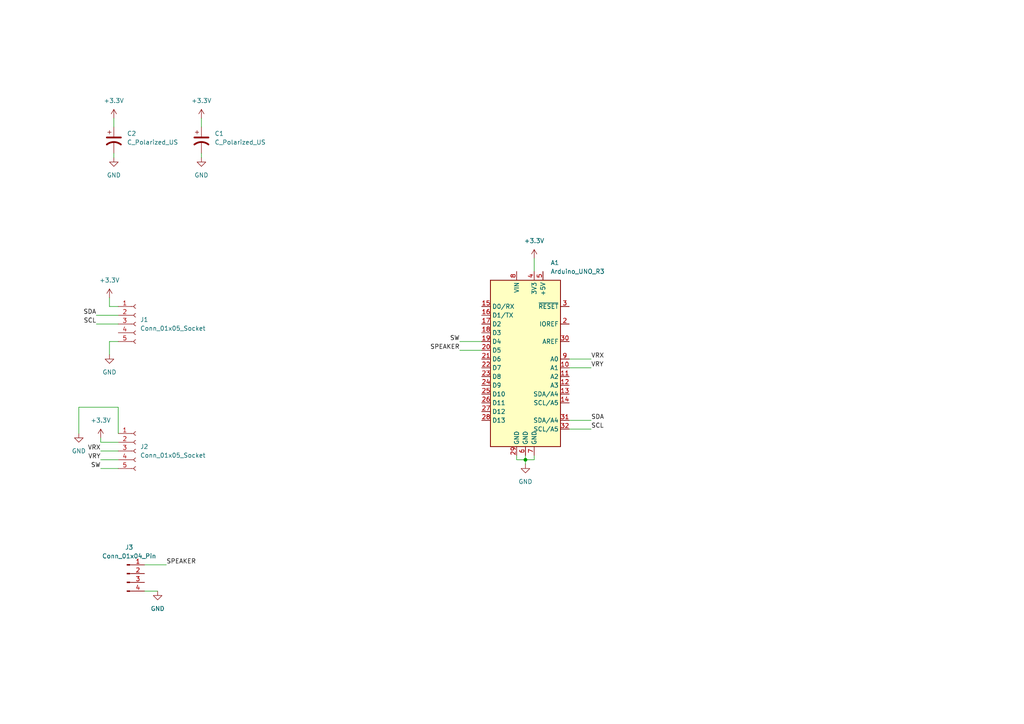
<source format=kicad_sch>
(kicad_sch (version 20230121) (generator eeschema)

  (uuid d9696d56-f8df-4b70-95ed-5c40d99df2a2)

  (paper "A4")

  (lib_symbols
    (symbol "Connector:Conn_01x04_Pin" (pin_names (offset 1.016) hide) (in_bom yes) (on_board yes)
      (property "Reference" "J" (at 0 5.08 0)
        (effects (font (size 1.27 1.27)))
      )
      (property "Value" "Conn_01x04_Pin" (at 0 -7.62 0)
        (effects (font (size 1.27 1.27)))
      )
      (property "Footprint" "" (at 0 0 0)
        (effects (font (size 1.27 1.27)) hide)
      )
      (property "Datasheet" "~" (at 0 0 0)
        (effects (font (size 1.27 1.27)) hide)
      )
      (property "ki_locked" "" (at 0 0 0)
        (effects (font (size 1.27 1.27)))
      )
      (property "ki_keywords" "connector" (at 0 0 0)
        (effects (font (size 1.27 1.27)) hide)
      )
      (property "ki_description" "Generic connector, single row, 01x04, script generated" (at 0 0 0)
        (effects (font (size 1.27 1.27)) hide)
      )
      (property "ki_fp_filters" "Connector*:*_1x??_*" (at 0 0 0)
        (effects (font (size 1.27 1.27)) hide)
      )
      (symbol "Conn_01x04_Pin_1_1"
        (polyline
          (pts
            (xy 1.27 -5.08)
            (xy 0.8636 -5.08)
          )
          (stroke (width 0.1524) (type default))
          (fill (type none))
        )
        (polyline
          (pts
            (xy 1.27 -2.54)
            (xy 0.8636 -2.54)
          )
          (stroke (width 0.1524) (type default))
          (fill (type none))
        )
        (polyline
          (pts
            (xy 1.27 0)
            (xy 0.8636 0)
          )
          (stroke (width 0.1524) (type default))
          (fill (type none))
        )
        (polyline
          (pts
            (xy 1.27 2.54)
            (xy 0.8636 2.54)
          )
          (stroke (width 0.1524) (type default))
          (fill (type none))
        )
        (rectangle (start 0.8636 -4.953) (end 0 -5.207)
          (stroke (width 0.1524) (type default))
          (fill (type outline))
        )
        (rectangle (start 0.8636 -2.413) (end 0 -2.667)
          (stroke (width 0.1524) (type default))
          (fill (type outline))
        )
        (rectangle (start 0.8636 0.127) (end 0 -0.127)
          (stroke (width 0.1524) (type default))
          (fill (type outline))
        )
        (rectangle (start 0.8636 2.667) (end 0 2.413)
          (stroke (width 0.1524) (type default))
          (fill (type outline))
        )
        (pin passive line (at 5.08 2.54 180) (length 3.81)
          (name "Pin_1" (effects (font (size 1.27 1.27))))
          (number "1" (effects (font (size 1.27 1.27))))
        )
        (pin passive line (at 5.08 0 180) (length 3.81)
          (name "Pin_2" (effects (font (size 1.27 1.27))))
          (number "2" (effects (font (size 1.27 1.27))))
        )
        (pin passive line (at 5.08 -2.54 180) (length 3.81)
          (name "Pin_3" (effects (font (size 1.27 1.27))))
          (number "3" (effects (font (size 1.27 1.27))))
        )
        (pin passive line (at 5.08 -5.08 180) (length 3.81)
          (name "Pin_4" (effects (font (size 1.27 1.27))))
          (number "4" (effects (font (size 1.27 1.27))))
        )
      )
    )
    (symbol "Connector:Conn_01x05_Socket" (pin_names (offset 1.016) hide) (in_bom yes) (on_board yes)
      (property "Reference" "J" (at 0 7.62 0)
        (effects (font (size 1.27 1.27)))
      )
      (property "Value" "Conn_01x05_Socket" (at 0 -7.62 0)
        (effects (font (size 1.27 1.27)))
      )
      (property "Footprint" "" (at 0 0 0)
        (effects (font (size 1.27 1.27)) hide)
      )
      (property "Datasheet" "~" (at 0 0 0)
        (effects (font (size 1.27 1.27)) hide)
      )
      (property "ki_locked" "" (at 0 0 0)
        (effects (font (size 1.27 1.27)))
      )
      (property "ki_keywords" "connector" (at 0 0 0)
        (effects (font (size 1.27 1.27)) hide)
      )
      (property "ki_description" "Generic connector, single row, 01x05, script generated" (at 0 0 0)
        (effects (font (size 1.27 1.27)) hide)
      )
      (property "ki_fp_filters" "Connector*:*_1x??_*" (at 0 0 0)
        (effects (font (size 1.27 1.27)) hide)
      )
      (symbol "Conn_01x05_Socket_1_1"
        (arc (start 0 -4.572) (mid -0.5058 -5.08) (end 0 -5.588)
          (stroke (width 0.1524) (type default))
          (fill (type none))
        )
        (arc (start 0 -2.032) (mid -0.5058 -2.54) (end 0 -3.048)
          (stroke (width 0.1524) (type default))
          (fill (type none))
        )
        (polyline
          (pts
            (xy -1.27 -5.08)
            (xy -0.508 -5.08)
          )
          (stroke (width 0.1524) (type default))
          (fill (type none))
        )
        (polyline
          (pts
            (xy -1.27 -2.54)
            (xy -0.508 -2.54)
          )
          (stroke (width 0.1524) (type default))
          (fill (type none))
        )
        (polyline
          (pts
            (xy -1.27 0)
            (xy -0.508 0)
          )
          (stroke (width 0.1524) (type default))
          (fill (type none))
        )
        (polyline
          (pts
            (xy -1.27 2.54)
            (xy -0.508 2.54)
          )
          (stroke (width 0.1524) (type default))
          (fill (type none))
        )
        (polyline
          (pts
            (xy -1.27 5.08)
            (xy -0.508 5.08)
          )
          (stroke (width 0.1524) (type default))
          (fill (type none))
        )
        (arc (start 0 0.508) (mid -0.5058 0) (end 0 -0.508)
          (stroke (width 0.1524) (type default))
          (fill (type none))
        )
        (arc (start 0 3.048) (mid -0.5058 2.54) (end 0 2.032)
          (stroke (width 0.1524) (type default))
          (fill (type none))
        )
        (arc (start 0 5.588) (mid -0.5058 5.08) (end 0 4.572)
          (stroke (width 0.1524) (type default))
          (fill (type none))
        )
        (pin passive line (at -5.08 5.08 0) (length 3.81)
          (name "Pin_1" (effects (font (size 1.27 1.27))))
          (number "1" (effects (font (size 1.27 1.27))))
        )
        (pin passive line (at -5.08 2.54 0) (length 3.81)
          (name "Pin_2" (effects (font (size 1.27 1.27))))
          (number "2" (effects (font (size 1.27 1.27))))
        )
        (pin passive line (at -5.08 0 0) (length 3.81)
          (name "Pin_3" (effects (font (size 1.27 1.27))))
          (number "3" (effects (font (size 1.27 1.27))))
        )
        (pin passive line (at -5.08 -2.54 0) (length 3.81)
          (name "Pin_4" (effects (font (size 1.27 1.27))))
          (number "4" (effects (font (size 1.27 1.27))))
        )
        (pin passive line (at -5.08 -5.08 0) (length 3.81)
          (name "Pin_5" (effects (font (size 1.27 1.27))))
          (number "5" (effects (font (size 1.27 1.27))))
        )
      )
    )
    (symbol "Device:C_Polarized_US" (pin_numbers hide) (pin_names (offset 0.254) hide) (in_bom yes) (on_board yes)
      (property "Reference" "C" (at 0.635 2.54 0)
        (effects (font (size 1.27 1.27)) (justify left))
      )
      (property "Value" "C_Polarized_US" (at 0.635 -2.54 0)
        (effects (font (size 1.27 1.27)) (justify left))
      )
      (property "Footprint" "" (at 0 0 0)
        (effects (font (size 1.27 1.27)) hide)
      )
      (property "Datasheet" "~" (at 0 0 0)
        (effects (font (size 1.27 1.27)) hide)
      )
      (property "ki_keywords" "cap capacitor" (at 0 0 0)
        (effects (font (size 1.27 1.27)) hide)
      )
      (property "ki_description" "Polarized capacitor, US symbol" (at 0 0 0)
        (effects (font (size 1.27 1.27)) hide)
      )
      (property "ki_fp_filters" "CP_*" (at 0 0 0)
        (effects (font (size 1.27 1.27)) hide)
      )
      (symbol "C_Polarized_US_0_1"
        (polyline
          (pts
            (xy -2.032 0.762)
            (xy 2.032 0.762)
          )
          (stroke (width 0.508) (type default))
          (fill (type none))
        )
        (polyline
          (pts
            (xy -1.778 2.286)
            (xy -0.762 2.286)
          )
          (stroke (width 0) (type default))
          (fill (type none))
        )
        (polyline
          (pts
            (xy -1.27 1.778)
            (xy -1.27 2.794)
          )
          (stroke (width 0) (type default))
          (fill (type none))
        )
        (arc (start 2.032 -1.27) (mid 0 -0.5572) (end -2.032 -1.27)
          (stroke (width 0.508) (type default))
          (fill (type none))
        )
      )
      (symbol "C_Polarized_US_1_1"
        (pin passive line (at 0 3.81 270) (length 2.794)
          (name "~" (effects (font (size 1.27 1.27))))
          (number "1" (effects (font (size 1.27 1.27))))
        )
        (pin passive line (at 0 -3.81 90) (length 3.302)
          (name "~" (effects (font (size 1.27 1.27))))
          (number "2" (effects (font (size 1.27 1.27))))
        )
      )
    )
    (symbol "MCU_Module:Arduino_UNO_R3" (in_bom yes) (on_board yes)
      (property "Reference" "A" (at -10.16 23.495 0)
        (effects (font (size 1.27 1.27)) (justify left bottom))
      )
      (property "Value" "Arduino_UNO_R3" (at 5.08 -26.67 0)
        (effects (font (size 1.27 1.27)) (justify left top))
      )
      (property "Footprint" "Module:Arduino_UNO_R3" (at 0 0 0)
        (effects (font (size 1.27 1.27) italic) hide)
      )
      (property "Datasheet" "https://www.arduino.cc/en/Main/arduinoBoardUno" (at 0 0 0)
        (effects (font (size 1.27 1.27)) hide)
      )
      (property "ki_keywords" "Arduino UNO R3 Microcontroller Module Atmel AVR USB" (at 0 0 0)
        (effects (font (size 1.27 1.27)) hide)
      )
      (property "ki_description" "Arduino UNO Microcontroller Module, release 3" (at 0 0 0)
        (effects (font (size 1.27 1.27)) hide)
      )
      (property "ki_fp_filters" "Arduino*UNO*R3*" (at 0 0 0)
        (effects (font (size 1.27 1.27)) hide)
      )
      (symbol "Arduino_UNO_R3_0_1"
        (rectangle (start -10.16 22.86) (end 10.16 -25.4)
          (stroke (width 0.254) (type default))
          (fill (type background))
        )
      )
      (symbol "Arduino_UNO_R3_1_1"
        (pin no_connect line (at -10.16 -20.32 0) (length 2.54) hide
          (name "NC" (effects (font (size 1.27 1.27))))
          (number "1" (effects (font (size 1.27 1.27))))
        )
        (pin bidirectional line (at 12.7 -2.54 180) (length 2.54)
          (name "A1" (effects (font (size 1.27 1.27))))
          (number "10" (effects (font (size 1.27 1.27))))
        )
        (pin bidirectional line (at 12.7 -5.08 180) (length 2.54)
          (name "A2" (effects (font (size 1.27 1.27))))
          (number "11" (effects (font (size 1.27 1.27))))
        )
        (pin bidirectional line (at 12.7 -7.62 180) (length 2.54)
          (name "A3" (effects (font (size 1.27 1.27))))
          (number "12" (effects (font (size 1.27 1.27))))
        )
        (pin bidirectional line (at 12.7 -10.16 180) (length 2.54)
          (name "SDA/A4" (effects (font (size 1.27 1.27))))
          (number "13" (effects (font (size 1.27 1.27))))
        )
        (pin bidirectional line (at 12.7 -12.7 180) (length 2.54)
          (name "SCL/A5" (effects (font (size 1.27 1.27))))
          (number "14" (effects (font (size 1.27 1.27))))
        )
        (pin bidirectional line (at -12.7 15.24 0) (length 2.54)
          (name "D0/RX" (effects (font (size 1.27 1.27))))
          (number "15" (effects (font (size 1.27 1.27))))
        )
        (pin bidirectional line (at -12.7 12.7 0) (length 2.54)
          (name "D1/TX" (effects (font (size 1.27 1.27))))
          (number "16" (effects (font (size 1.27 1.27))))
        )
        (pin bidirectional line (at -12.7 10.16 0) (length 2.54)
          (name "D2" (effects (font (size 1.27 1.27))))
          (number "17" (effects (font (size 1.27 1.27))))
        )
        (pin bidirectional line (at -12.7 7.62 0) (length 2.54)
          (name "D3" (effects (font (size 1.27 1.27))))
          (number "18" (effects (font (size 1.27 1.27))))
        )
        (pin bidirectional line (at -12.7 5.08 0) (length 2.54)
          (name "D4" (effects (font (size 1.27 1.27))))
          (number "19" (effects (font (size 1.27 1.27))))
        )
        (pin output line (at 12.7 10.16 180) (length 2.54)
          (name "IOREF" (effects (font (size 1.27 1.27))))
          (number "2" (effects (font (size 1.27 1.27))))
        )
        (pin bidirectional line (at -12.7 2.54 0) (length 2.54)
          (name "D5" (effects (font (size 1.27 1.27))))
          (number "20" (effects (font (size 1.27 1.27))))
        )
        (pin bidirectional line (at -12.7 0 0) (length 2.54)
          (name "D6" (effects (font (size 1.27 1.27))))
          (number "21" (effects (font (size 1.27 1.27))))
        )
        (pin bidirectional line (at -12.7 -2.54 0) (length 2.54)
          (name "D7" (effects (font (size 1.27 1.27))))
          (number "22" (effects (font (size 1.27 1.27))))
        )
        (pin bidirectional line (at -12.7 -5.08 0) (length 2.54)
          (name "D8" (effects (font (size 1.27 1.27))))
          (number "23" (effects (font (size 1.27 1.27))))
        )
        (pin bidirectional line (at -12.7 -7.62 0) (length 2.54)
          (name "D9" (effects (font (size 1.27 1.27))))
          (number "24" (effects (font (size 1.27 1.27))))
        )
        (pin bidirectional line (at -12.7 -10.16 0) (length 2.54)
          (name "D10" (effects (font (size 1.27 1.27))))
          (number "25" (effects (font (size 1.27 1.27))))
        )
        (pin bidirectional line (at -12.7 -12.7 0) (length 2.54)
          (name "D11" (effects (font (size 1.27 1.27))))
          (number "26" (effects (font (size 1.27 1.27))))
        )
        (pin bidirectional line (at -12.7 -15.24 0) (length 2.54)
          (name "D12" (effects (font (size 1.27 1.27))))
          (number "27" (effects (font (size 1.27 1.27))))
        )
        (pin bidirectional line (at -12.7 -17.78 0) (length 2.54)
          (name "D13" (effects (font (size 1.27 1.27))))
          (number "28" (effects (font (size 1.27 1.27))))
        )
        (pin power_in line (at -2.54 -27.94 90) (length 2.54)
          (name "GND" (effects (font (size 1.27 1.27))))
          (number "29" (effects (font (size 1.27 1.27))))
        )
        (pin input line (at 12.7 15.24 180) (length 2.54)
          (name "~{RESET}" (effects (font (size 1.27 1.27))))
          (number "3" (effects (font (size 1.27 1.27))))
        )
        (pin input line (at 12.7 5.08 180) (length 2.54)
          (name "AREF" (effects (font (size 1.27 1.27))))
          (number "30" (effects (font (size 1.27 1.27))))
        )
        (pin bidirectional line (at 12.7 -17.78 180) (length 2.54)
          (name "SDA/A4" (effects (font (size 1.27 1.27))))
          (number "31" (effects (font (size 1.27 1.27))))
        )
        (pin bidirectional line (at 12.7 -20.32 180) (length 2.54)
          (name "SCL/A5" (effects (font (size 1.27 1.27))))
          (number "32" (effects (font (size 1.27 1.27))))
        )
        (pin power_out line (at 2.54 25.4 270) (length 2.54)
          (name "3V3" (effects (font (size 1.27 1.27))))
          (number "4" (effects (font (size 1.27 1.27))))
        )
        (pin power_out line (at 5.08 25.4 270) (length 2.54)
          (name "+5V" (effects (font (size 1.27 1.27))))
          (number "5" (effects (font (size 1.27 1.27))))
        )
        (pin power_in line (at 0 -27.94 90) (length 2.54)
          (name "GND" (effects (font (size 1.27 1.27))))
          (number "6" (effects (font (size 1.27 1.27))))
        )
        (pin power_in line (at 2.54 -27.94 90) (length 2.54)
          (name "GND" (effects (font (size 1.27 1.27))))
          (number "7" (effects (font (size 1.27 1.27))))
        )
        (pin power_in line (at -2.54 25.4 270) (length 2.54)
          (name "VIN" (effects (font (size 1.27 1.27))))
          (number "8" (effects (font (size 1.27 1.27))))
        )
        (pin bidirectional line (at 12.7 0 180) (length 2.54)
          (name "A0" (effects (font (size 1.27 1.27))))
          (number "9" (effects (font (size 1.27 1.27))))
        )
      )
    )
    (symbol "power:+3.3V" (power) (pin_names (offset 0)) (in_bom yes) (on_board yes)
      (property "Reference" "#PWR" (at 0 -3.81 0)
        (effects (font (size 1.27 1.27)) hide)
      )
      (property "Value" "+3.3V" (at 0 3.556 0)
        (effects (font (size 1.27 1.27)))
      )
      (property "Footprint" "" (at 0 0 0)
        (effects (font (size 1.27 1.27)) hide)
      )
      (property "Datasheet" "" (at 0 0 0)
        (effects (font (size 1.27 1.27)) hide)
      )
      (property "ki_keywords" "global power" (at 0 0 0)
        (effects (font (size 1.27 1.27)) hide)
      )
      (property "ki_description" "Power symbol creates a global label with name \"+3.3V\"" (at 0 0 0)
        (effects (font (size 1.27 1.27)) hide)
      )
      (symbol "+3.3V_0_1"
        (polyline
          (pts
            (xy -0.762 1.27)
            (xy 0 2.54)
          )
          (stroke (width 0) (type default))
          (fill (type none))
        )
        (polyline
          (pts
            (xy 0 0)
            (xy 0 2.54)
          )
          (stroke (width 0) (type default))
          (fill (type none))
        )
        (polyline
          (pts
            (xy 0 2.54)
            (xy 0.762 1.27)
          )
          (stroke (width 0) (type default))
          (fill (type none))
        )
      )
      (symbol "+3.3V_1_1"
        (pin power_in line (at 0 0 90) (length 0) hide
          (name "+3.3V" (effects (font (size 1.27 1.27))))
          (number "1" (effects (font (size 1.27 1.27))))
        )
      )
    )
    (symbol "power:GND" (power) (pin_names (offset 0)) (in_bom yes) (on_board yes)
      (property "Reference" "#PWR" (at 0 -6.35 0)
        (effects (font (size 1.27 1.27)) hide)
      )
      (property "Value" "GND" (at 0 -3.81 0)
        (effects (font (size 1.27 1.27)))
      )
      (property "Footprint" "" (at 0 0 0)
        (effects (font (size 1.27 1.27)) hide)
      )
      (property "Datasheet" "" (at 0 0 0)
        (effects (font (size 1.27 1.27)) hide)
      )
      (property "ki_keywords" "global power" (at 0 0 0)
        (effects (font (size 1.27 1.27)) hide)
      )
      (property "ki_description" "Power symbol creates a global label with name \"GND\" , ground" (at 0 0 0)
        (effects (font (size 1.27 1.27)) hide)
      )
      (symbol "GND_0_1"
        (polyline
          (pts
            (xy 0 0)
            (xy 0 -1.27)
            (xy 1.27 -1.27)
            (xy 0 -2.54)
            (xy -1.27 -1.27)
            (xy 0 -1.27)
          )
          (stroke (width 0) (type default))
          (fill (type none))
        )
      )
      (symbol "GND_1_1"
        (pin power_in line (at 0 0 270) (length 0) hide
          (name "GND" (effects (font (size 1.27 1.27))))
          (number "1" (effects (font (size 1.27 1.27))))
        )
      )
    )
  )

  (junction (at 152.4 133.35) (diameter 0) (color 0 0 0 0)
    (uuid 335fb11e-9600-4703-86ff-4358b9014be9)
  )

  (wire (pts (xy 154.94 133.35) (xy 154.94 132.08))
    (stroke (width 0) (type default))
    (uuid 0441dde6-304d-448b-b5d1-c01c90b19e3f)
  )
  (wire (pts (xy 154.94 74.93) (xy 154.94 78.74))
    (stroke (width 0) (type default))
    (uuid 0a5b1a65-4ff2-4633-8a91-752190f8a4cf)
  )
  (wire (pts (xy 133.35 99.06) (xy 139.7 99.06))
    (stroke (width 0) (type default))
    (uuid 1b8bc93c-5cfa-4e9f-958d-69ee4ed98801)
  )
  (wire (pts (xy 152.4 133.35) (xy 152.4 134.62))
    (stroke (width 0) (type default))
    (uuid 214dc34d-e9e6-4488-8ce7-c29e1f936ca0)
  )
  (wire (pts (xy 27.94 93.98) (xy 34.29 93.98))
    (stroke (width 0) (type default))
    (uuid 2160d0f4-807a-4f5c-b1dc-789808f40a19)
  )
  (wire (pts (xy 34.29 118.11) (xy 34.29 125.73))
    (stroke (width 0) (type default))
    (uuid 3d517919-42b5-49cb-935b-cd7b00156796)
  )
  (wire (pts (xy 41.91 171.45) (xy 45.72 171.45))
    (stroke (width 0) (type default))
    (uuid 3f60b89b-74a1-41f8-b7b0-02ddcda33aa0)
  )
  (wire (pts (xy 133.35 101.6) (xy 139.7 101.6))
    (stroke (width 0) (type default))
    (uuid 40292158-4a79-4856-a189-1629d3bda4aa)
  )
  (wire (pts (xy 31.75 88.9) (xy 34.29 88.9))
    (stroke (width 0) (type default))
    (uuid 489e26e8-8001-4c54-82a2-e7564d8988f0)
  )
  (wire (pts (xy 22.86 118.11) (xy 34.29 118.11))
    (stroke (width 0) (type default))
    (uuid 4b94930b-a36d-4715-8657-69947f591078)
  )
  (wire (pts (xy 29.21 133.35) (xy 34.29 133.35))
    (stroke (width 0) (type default))
    (uuid 65323d1e-e776-4582-88e5-821d80cfb8a1)
  )
  (wire (pts (xy 165.1 104.14) (xy 171.45 104.14))
    (stroke (width 0) (type default))
    (uuid 654911dd-8748-4cd3-a32e-d6f740fe7a11)
  )
  (wire (pts (xy 152.4 133.35) (xy 149.86 133.35))
    (stroke (width 0) (type default))
    (uuid 66e843e8-74a2-4aa1-937b-d04e0750c41c)
  )
  (wire (pts (xy 165.1 121.92) (xy 171.45 121.92))
    (stroke (width 0) (type default))
    (uuid 7212bdf6-b336-47f1-b207-a5284735a16b)
  )
  (wire (pts (xy 58.42 44.45) (xy 58.42 45.72))
    (stroke (width 0) (type default))
    (uuid 7987c76d-cc19-435b-b037-014ed8175373)
  )
  (wire (pts (xy 152.4 132.08) (xy 152.4 133.35))
    (stroke (width 0) (type default))
    (uuid 7af6de50-8a0c-44d1-b809-24c906533031)
  )
  (wire (pts (xy 29.21 127) (xy 29.21 128.27))
    (stroke (width 0) (type default))
    (uuid 7b8fefba-0a21-4527-838a-b24cb7a562a3)
  )
  (wire (pts (xy 29.21 128.27) (xy 34.29 128.27))
    (stroke (width 0) (type default))
    (uuid 805e98d6-0fcb-4472-b465-63769adb38ef)
  )
  (wire (pts (xy 58.42 34.29) (xy 58.42 36.83))
    (stroke (width 0) (type default))
    (uuid 88f4607b-eba7-4144-b801-068e693180ba)
  )
  (wire (pts (xy 165.1 124.46) (xy 171.45 124.46))
    (stroke (width 0) (type default))
    (uuid 89a93e80-7043-45f1-9169-90456789d141)
  )
  (wire (pts (xy 149.86 133.35) (xy 149.86 132.08))
    (stroke (width 0) (type default))
    (uuid 8ed23596-3d6d-40a2-8118-aaa7077cb255)
  )
  (wire (pts (xy 29.21 130.81) (xy 34.29 130.81))
    (stroke (width 0) (type default))
    (uuid a389638b-26ce-451c-a1b5-86383cccf6b6)
  )
  (wire (pts (xy 22.86 118.11) (xy 22.86 125.73))
    (stroke (width 0) (type default))
    (uuid be9f9a3c-56d8-495f-8354-9d271a044750)
  )
  (wire (pts (xy 165.1 106.68) (xy 171.45 106.68))
    (stroke (width 0) (type default))
    (uuid c5e73c2e-7073-44a1-b646-72ecc38c439a)
  )
  (wire (pts (xy 41.91 163.83) (xy 48.26 163.83))
    (stroke (width 0) (type default))
    (uuid ccbecda6-bd45-446c-a5db-88580b4079ee)
  )
  (wire (pts (xy 152.4 133.35) (xy 154.94 133.35))
    (stroke (width 0) (type default))
    (uuid cd281b52-ca6c-46c0-b49b-c689a0a4cefc)
  )
  (wire (pts (xy 31.75 99.06) (xy 31.75 102.87))
    (stroke (width 0) (type default))
    (uuid d30bcf83-2b97-41b7-af6d-99ec66de930d)
  )
  (wire (pts (xy 29.21 135.89) (xy 34.29 135.89))
    (stroke (width 0) (type default))
    (uuid db87fcf0-b995-4efa-84f5-a68b6cad4aa9)
  )
  (wire (pts (xy 33.02 34.29) (xy 33.02 36.83))
    (stroke (width 0) (type default))
    (uuid de36871d-37b4-4ccb-9c4e-38217813af73)
  )
  (wire (pts (xy 31.75 99.06) (xy 34.29 99.06))
    (stroke (width 0) (type default))
    (uuid e0276c42-58cf-48b8-bf77-a834a97ce437)
  )
  (wire (pts (xy 27.94 91.44) (xy 34.29 91.44))
    (stroke (width 0) (type default))
    (uuid e7a75d41-a6b7-405f-8a53-7aa5ae63df5a)
  )
  (wire (pts (xy 31.75 86.36) (xy 31.75 88.9))
    (stroke (width 0) (type default))
    (uuid ecfbf24f-894e-4743-b36c-6ff62d044950)
  )
  (wire (pts (xy 33.02 44.45) (xy 33.02 45.72))
    (stroke (width 0) (type default))
    (uuid f0d49114-980c-43db-834d-937a0e0ce2e2)
  )

  (label "VRX" (at 171.45 104.14 0) (fields_autoplaced)
    (effects (font (size 1.27 1.27)) (justify left bottom))
    (uuid 30fdf1ce-d6b2-40cc-a4e0-b56c1b650bd2)
  )
  (label "SDA" (at 27.94 91.44 180) (fields_autoplaced)
    (effects (font (size 1.27 1.27)) (justify right bottom))
    (uuid 36b7f7cd-87e1-4e18-9a1f-29ed690522f0)
  )
  (label "SPEAKER" (at 48.26 163.83 0) (fields_autoplaced)
    (effects (font (size 1.27 1.27)) (justify left bottom))
    (uuid 56c8123d-b9f7-4bdb-8145-82ec169c58e8)
  )
  (label "SCL" (at 27.94 93.98 180) (fields_autoplaced)
    (effects (font (size 1.27 1.27)) (justify right bottom))
    (uuid 7f32efc1-6666-4361-ae9c-6be922323600)
  )
  (label "VRY" (at 29.21 133.35 180) (fields_autoplaced)
    (effects (font (size 1.27 1.27)) (justify right bottom))
    (uuid 82e892cb-bd98-49e0-bdf4-364a7c23573a)
  )
  (label "VRY" (at 171.45 106.68 0) (fields_autoplaced)
    (effects (font (size 1.27 1.27)) (justify left bottom))
    (uuid 8b13f6cb-f762-41f7-a1c7-7b403ef765dd)
  )
  (label "SPEAKER" (at 133.35 101.6 180) (fields_autoplaced)
    (effects (font (size 1.27 1.27)) (justify right bottom))
    (uuid 9d45c3ca-40f2-4a67-b85a-99fe43610606)
  )
  (label "VRX" (at 29.21 130.81 180) (fields_autoplaced)
    (effects (font (size 1.27 1.27)) (justify right bottom))
    (uuid aeebb2ea-0d83-4a40-95e1-b2984322225a)
  )
  (label "SDA" (at 171.45 121.92 0) (fields_autoplaced)
    (effects (font (size 1.27 1.27)) (justify left bottom))
    (uuid b8653903-5d5a-4df6-9144-5482568c3def)
  )
  (label "SW" (at 29.21 135.89 180) (fields_autoplaced)
    (effects (font (size 1.27 1.27)) (justify right bottom))
    (uuid c61cfc00-393f-48a9-87f4-700260b54eea)
  )
  (label "SW" (at 133.35 99.06 180) (fields_autoplaced)
    (effects (font (size 1.27 1.27)) (justify right bottom))
    (uuid cb6ab105-b6f8-4fa8-aa72-86b5200291a7)
  )
  (label "SCL" (at 171.45 124.46 0) (fields_autoplaced)
    (effects (font (size 1.27 1.27)) (justify left bottom))
    (uuid e62b2607-ffa8-44b9-b0b2-76b65ab1c59f)
  )

  (symbol (lib_id "power:GND") (at 45.72 171.45 0) (unit 1)
    (in_bom yes) (on_board yes) (dnp no) (fields_autoplaced)
    (uuid 09340006-deec-4450-a3a1-5455b43e69ef)
    (property "Reference" "#PWR011" (at 45.72 177.8 0)
      (effects (font (size 1.27 1.27)) hide)
    )
    (property "Value" "GND" (at 45.72 176.53 0)
      (effects (font (size 1.27 1.27)))
    )
    (property "Footprint" "" (at 45.72 171.45 0)
      (effects (font (size 1.27 1.27)) hide)
    )
    (property "Datasheet" "" (at 45.72 171.45 0)
      (effects (font (size 1.27 1.27)) hide)
    )
    (pin "1" (uuid 5d42675f-4bf9-419a-b85c-59f0425cc534))
    (instances
      (project "stm"
        (path "/d9696d56-f8df-4b70-95ed-5c40d99df2a2"
          (reference "#PWR011") (unit 1)
        )
      )
    )
  )

  (symbol (lib_id "power:GND") (at 58.42 45.72 0) (unit 1)
    (in_bom yes) (on_board yes) (dnp no) (fields_autoplaced)
    (uuid 0bb2c300-5d0f-49d6-b37d-1a804adc45a9)
    (property "Reference" "#PWR03" (at 58.42 52.07 0)
      (effects (font (size 1.27 1.27)) hide)
    )
    (property "Value" "GND" (at 58.42 50.8 0)
      (effects (font (size 1.27 1.27)))
    )
    (property "Footprint" "" (at 58.42 45.72 0)
      (effects (font (size 1.27 1.27)) hide)
    )
    (property "Datasheet" "" (at 58.42 45.72 0)
      (effects (font (size 1.27 1.27)) hide)
    )
    (pin "1" (uuid 884fb2d0-ad2d-45e4-82a8-5268faaf3f1b))
    (instances
      (project "stm"
        (path "/d9696d56-f8df-4b70-95ed-5c40d99df2a2"
          (reference "#PWR03") (unit 1)
        )
      )
    )
  )

  (symbol (lib_id "power:+3.3V") (at 29.21 127 0) (unit 1)
    (in_bom yes) (on_board yes) (dnp no) (fields_autoplaced)
    (uuid 0ee5d307-964a-4e2a-8afd-b6ca46935e2b)
    (property "Reference" "#PWR09" (at 29.21 130.81 0)
      (effects (font (size 1.27 1.27)) hide)
    )
    (property "Value" "+3.3V" (at 29.21 121.92 0)
      (effects (font (size 1.27 1.27)))
    )
    (property "Footprint" "" (at 29.21 127 0)
      (effects (font (size 1.27 1.27)) hide)
    )
    (property "Datasheet" "" (at 29.21 127 0)
      (effects (font (size 1.27 1.27)) hide)
    )
    (pin "1" (uuid a06f407f-1f20-47b8-88f0-3dc158edd67a))
    (instances
      (project "stm"
        (path "/d9696d56-f8df-4b70-95ed-5c40d99df2a2"
          (reference "#PWR09") (unit 1)
        )
      )
    )
  )

  (symbol (lib_id "Device:C_Polarized_US") (at 58.42 40.64 0) (unit 1)
    (in_bom yes) (on_board yes) (dnp no) (fields_autoplaced)
    (uuid 19e79b54-6df1-4845-9fb2-0b33542022aa)
    (property "Reference" "C1" (at 62.23 38.735 0)
      (effects (font (size 1.27 1.27)) (justify left))
    )
    (property "Value" "C_Polarized_US" (at 62.23 41.275 0)
      (effects (font (size 1.27 1.27)) (justify left))
    )
    (property "Footprint" "Capacitor_SMD:CP_Elec_8x11.9" (at 58.42 40.64 0)
      (effects (font (size 1.27 1.27)) hide)
    )
    (property "Datasheet" "~" (at 58.42 40.64 0)
      (effects (font (size 1.27 1.27)) hide)
    )
    (pin "2" (uuid 0cbf3542-3696-4dee-9634-4afec85f3ef7))
    (pin "1" (uuid 4a90d71f-92b2-415d-a0e8-104820e850c8))
    (instances
      (project "stm"
        (path "/d9696d56-f8df-4b70-95ed-5c40d99df2a2"
          (reference "C1") (unit 1)
        )
      )
    )
  )

  (symbol (lib_id "power:GND") (at 31.75 102.87 0) (unit 1)
    (in_bom yes) (on_board yes) (dnp no) (fields_autoplaced)
    (uuid 1f5f2e8f-7a28-4a77-8e75-e23c44a87ec0)
    (property "Reference" "#PWR08" (at 31.75 109.22 0)
      (effects (font (size 1.27 1.27)) hide)
    )
    (property "Value" "GND" (at 31.75 107.95 0)
      (effects (font (size 1.27 1.27)))
    )
    (property "Footprint" "" (at 31.75 102.87 0)
      (effects (font (size 1.27 1.27)) hide)
    )
    (property "Datasheet" "" (at 31.75 102.87 0)
      (effects (font (size 1.27 1.27)) hide)
    )
    (pin "1" (uuid bdd5c823-b646-4af1-a81e-51f51a8ec92a))
    (instances
      (project "stm"
        (path "/d9696d56-f8df-4b70-95ed-5c40d99df2a2"
          (reference "#PWR08") (unit 1)
        )
      )
    )
  )

  (symbol (lib_id "power:+3.3V") (at 58.42 34.29 0) (unit 1)
    (in_bom yes) (on_board yes) (dnp no) (fields_autoplaced)
    (uuid 282214aa-885c-4368-8a7f-7f9065b20d8e)
    (property "Reference" "#PWR04" (at 58.42 38.1 0)
      (effects (font (size 1.27 1.27)) hide)
    )
    (property "Value" "+3.3V" (at 58.42 29.21 0)
      (effects (font (size 1.27 1.27)))
    )
    (property "Footprint" "" (at 58.42 34.29 0)
      (effects (font (size 1.27 1.27)) hide)
    )
    (property "Datasheet" "" (at 58.42 34.29 0)
      (effects (font (size 1.27 1.27)) hide)
    )
    (pin "1" (uuid 4ee33a15-1f50-450c-bebd-63b5bf9f9173))
    (instances
      (project "stm"
        (path "/d9696d56-f8df-4b70-95ed-5c40d99df2a2"
          (reference "#PWR04") (unit 1)
        )
      )
    )
  )

  (symbol (lib_id "Connector:Conn_01x05_Socket") (at 39.37 130.81 0) (unit 1)
    (in_bom yes) (on_board yes) (dnp no) (fields_autoplaced)
    (uuid 3f83caf6-ef45-47a0-9f6a-45a4de51a3e9)
    (property "Reference" "J2" (at 40.64 129.54 0)
      (effects (font (size 1.27 1.27)) (justify left))
    )
    (property "Value" "Conn_01x05_Socket" (at 40.64 132.08 0)
      (effects (font (size 1.27 1.27)) (justify left))
    )
    (property "Footprint" "Connector_PinHeader_2.54mm:PinHeader_1x05_P2.54mm_Vertical" (at 39.37 130.81 0)
      (effects (font (size 1.27 1.27)) hide)
    )
    (property "Datasheet" "~" (at 39.37 130.81 0)
      (effects (font (size 1.27 1.27)) hide)
    )
    (pin "2" (uuid a42c3512-5a17-4883-bb2a-d28ed89d6b55))
    (pin "3" (uuid 7a4aed66-2dd3-4748-af8d-ae2d02404d71))
    (pin "5" (uuid 4fbf6fe7-58cb-48bf-81ef-53e0a364d4a1))
    (pin "1" (uuid 1ec14c72-ceca-409d-9c6e-4e0f1cb668e1))
    (pin "4" (uuid acc82e08-0472-4c7f-aacf-252ea8379777))
    (instances
      (project "stm"
        (path "/d9696d56-f8df-4b70-95ed-5c40d99df2a2"
          (reference "J2") (unit 1)
        )
      )
    )
  )

  (symbol (lib_id "power:GND") (at 22.86 125.73 0) (unit 1)
    (in_bom yes) (on_board yes) (dnp no) (fields_autoplaced)
    (uuid 4358a3c4-12ba-45f4-9aa1-a347b412baef)
    (property "Reference" "#PWR010" (at 22.86 132.08 0)
      (effects (font (size 1.27 1.27)) hide)
    )
    (property "Value" "GND" (at 22.86 130.81 0)
      (effects (font (size 1.27 1.27)))
    )
    (property "Footprint" "" (at 22.86 125.73 0)
      (effects (font (size 1.27 1.27)) hide)
    )
    (property "Datasheet" "" (at 22.86 125.73 0)
      (effects (font (size 1.27 1.27)) hide)
    )
    (pin "1" (uuid eb9da245-e844-40ed-b45a-4762b9b06ccc))
    (instances
      (project "stm"
        (path "/d9696d56-f8df-4b70-95ed-5c40d99df2a2"
          (reference "#PWR010") (unit 1)
        )
      )
    )
  )

  (symbol (lib_id "power:+3.3V") (at 154.94 74.93 0) (unit 1)
    (in_bom yes) (on_board yes) (dnp no) (fields_autoplaced)
    (uuid 45be4250-943e-4311-b38e-3d34b9e8ca06)
    (property "Reference" "#PWR01" (at 154.94 78.74 0)
      (effects (font (size 1.27 1.27)) hide)
    )
    (property "Value" "+3.3V" (at 154.94 69.85 0)
      (effects (font (size 1.27 1.27)))
    )
    (property "Footprint" "" (at 154.94 74.93 0)
      (effects (font (size 1.27 1.27)) hide)
    )
    (property "Datasheet" "" (at 154.94 74.93 0)
      (effects (font (size 1.27 1.27)) hide)
    )
    (pin "1" (uuid 35a327aa-6661-429e-b5b0-bb55d668492b))
    (instances
      (project "stm"
        (path "/d9696d56-f8df-4b70-95ed-5c40d99df2a2"
          (reference "#PWR01") (unit 1)
        )
      )
    )
  )

  (symbol (lib_id "power:GND") (at 33.02 45.72 0) (unit 1)
    (in_bom yes) (on_board yes) (dnp no) (fields_autoplaced)
    (uuid 7ed5fa6d-a8e9-4017-923b-bb9b2137a634)
    (property "Reference" "#PWR06" (at 33.02 52.07 0)
      (effects (font (size 1.27 1.27)) hide)
    )
    (property "Value" "GND" (at 33.02 50.8 0)
      (effects (font (size 1.27 1.27)))
    )
    (property "Footprint" "" (at 33.02 45.72 0)
      (effects (font (size 1.27 1.27)) hide)
    )
    (property "Datasheet" "" (at 33.02 45.72 0)
      (effects (font (size 1.27 1.27)) hide)
    )
    (pin "1" (uuid c8bd10e3-ff3b-4b4f-bd26-cbc5c7868b3b))
    (instances
      (project "stm"
        (path "/d9696d56-f8df-4b70-95ed-5c40d99df2a2"
          (reference "#PWR06") (unit 1)
        )
      )
    )
  )

  (symbol (lib_id "power:GND") (at 152.4 134.62 0) (unit 1)
    (in_bom yes) (on_board yes) (dnp no) (fields_autoplaced)
    (uuid 804ca757-d0d4-4cbc-84ce-129f9ae026e1)
    (property "Reference" "#PWR02" (at 152.4 140.97 0)
      (effects (font (size 1.27 1.27)) hide)
    )
    (property "Value" "GND" (at 152.4 139.7 0)
      (effects (font (size 1.27 1.27)))
    )
    (property "Footprint" "" (at 152.4 134.62 0)
      (effects (font (size 1.27 1.27)) hide)
    )
    (property "Datasheet" "" (at 152.4 134.62 0)
      (effects (font (size 1.27 1.27)) hide)
    )
    (pin "1" (uuid af0bb9d1-2b12-4e9b-910e-9b8537c8b23a))
    (instances
      (project "stm"
        (path "/d9696d56-f8df-4b70-95ed-5c40d99df2a2"
          (reference "#PWR02") (unit 1)
        )
      )
    )
  )

  (symbol (lib_id "power:+3.3V") (at 31.75 86.36 0) (unit 1)
    (in_bom yes) (on_board yes) (dnp no) (fields_autoplaced)
    (uuid 8dd00472-88c0-4330-96b7-d0328f0f04b8)
    (property "Reference" "#PWR07" (at 31.75 90.17 0)
      (effects (font (size 1.27 1.27)) hide)
    )
    (property "Value" "+3.3V" (at 31.75 81.28 0)
      (effects (font (size 1.27 1.27)))
    )
    (property "Footprint" "" (at 31.75 86.36 0)
      (effects (font (size 1.27 1.27)) hide)
    )
    (property "Datasheet" "" (at 31.75 86.36 0)
      (effects (font (size 1.27 1.27)) hide)
    )
    (pin "1" (uuid e93ad258-580d-42e3-90f5-d822f79b9dad))
    (instances
      (project "stm"
        (path "/d9696d56-f8df-4b70-95ed-5c40d99df2a2"
          (reference "#PWR07") (unit 1)
        )
      )
    )
  )

  (symbol (lib_id "power:+3.3V") (at 33.02 34.29 0) (unit 1)
    (in_bom yes) (on_board yes) (dnp no) (fields_autoplaced)
    (uuid 9e370840-f0d6-4127-b9e1-8a530e250fe1)
    (property "Reference" "#PWR05" (at 33.02 38.1 0)
      (effects (font (size 1.27 1.27)) hide)
    )
    (property "Value" "+3.3V" (at 33.02 29.21 0)
      (effects (font (size 1.27 1.27)))
    )
    (property "Footprint" "" (at 33.02 34.29 0)
      (effects (font (size 1.27 1.27)) hide)
    )
    (property "Datasheet" "" (at 33.02 34.29 0)
      (effects (font (size 1.27 1.27)) hide)
    )
    (pin "1" (uuid b43a6ca4-d53a-4188-bee1-a17939be6867))
    (instances
      (project "stm"
        (path "/d9696d56-f8df-4b70-95ed-5c40d99df2a2"
          (reference "#PWR05") (unit 1)
        )
      )
    )
  )

  (symbol (lib_id "MCU_Module:Arduino_UNO_R3") (at 152.4 104.14 0) (unit 1)
    (in_bom yes) (on_board yes) (dnp no) (fields_autoplaced)
    (uuid ab9f7abc-5fb9-443f-bf05-b2ea6e60b304)
    (property "Reference" "A1" (at 159.6741 76.2 0)
      (effects (font (size 1.27 1.27)) (justify left))
    )
    (property "Value" "Arduino_UNO_R3" (at 159.6741 78.74 0)
      (effects (font (size 1.27 1.27)) (justify left))
    )
    (property "Footprint" "Module:Arduino_UNO_R3" (at 152.4 104.14 0)
      (effects (font (size 1.27 1.27) italic) hide)
    )
    (property "Datasheet" "https://www.arduino.cc/en/Main/arduinoBoardUno" (at 152.4 104.14 0)
      (effects (font (size 1.27 1.27)) hide)
    )
    (pin "14" (uuid ebec98e7-9f5d-41c1-a375-85f23ad7bff9))
    (pin "26" (uuid 07c719c6-f98d-4c16-8ff3-82f6aca296c0))
    (pin "12" (uuid 1ef0d036-819f-44dc-b919-c1c5349e8be7))
    (pin "29" (uuid e3677919-fa4e-4872-92d3-9b9499ad35a5))
    (pin "17" (uuid b8778b66-0221-4f42-80f5-ec528a182daf))
    (pin "1" (uuid 52f7356a-e078-4deb-822f-55232eeeaa4e))
    (pin "9" (uuid 9693b3aa-bd24-4fbe-a83a-5f1cd11207d9))
    (pin "5" (uuid 7ee16b0f-0470-4ea2-80d8-d361d3056239))
    (pin "18" (uuid 4b91b078-4c06-420c-b05f-5f71711ea256))
    (pin "2" (uuid 6d57219b-81f4-4097-96b6-18f4faba9eb8))
    (pin "24" (uuid 4cd292ed-056e-4fc5-91c2-dc0014b197d6))
    (pin "21" (uuid bc8e0baf-c0fc-4817-b9f9-424df1478be0))
    (pin "19" (uuid b89e9547-4421-4f22-8e9b-891a3cb1b9c2))
    (pin "20" (uuid db39b405-36d6-4714-b32e-2c6821abb3ae))
    (pin "30" (uuid 3b2ded90-1cd4-4787-a690-8a6163c1678d))
    (pin "31" (uuid d67686e9-7eb2-43c5-a603-e18f16a79084))
    (pin "11" (uuid bef4f5d8-991d-44cf-8143-d362ade1b9c6))
    (pin "10" (uuid 3e164120-5a2b-49fe-9ca1-f0a563450627))
    (pin "4" (uuid 025c5edb-3087-459f-8ad1-a51c2f6e3a9e))
    (pin "16" (uuid b9263f64-ccc2-4166-bb27-e8b4cc3cb1df))
    (pin "23" (uuid 713dafbf-5f1f-4056-b68e-fba52bf92dac))
    (pin "25" (uuid 44329044-3da6-4e87-aaa5-7817d170abbb))
    (pin "3" (uuid 82d358cd-9be6-455a-a6d5-7dab15ce2395))
    (pin "22" (uuid f88c7311-06eb-4de8-b288-95c70bab606b))
    (pin "6" (uuid 08477ba3-7c0e-4158-99d7-d6ef5d200255))
    (pin "8" (uuid bff5b4f2-aaa4-48af-bc65-b0023e3cdee9))
    (pin "15" (uuid 90f4f103-b202-443d-bc96-d9bc44d0dc2f))
    (pin "32" (uuid 706c3d0f-6e5b-4999-af2d-854f85bc2a95))
    (pin "28" (uuid 168ada17-474c-4714-a76b-dc283910607d))
    (pin "13" (uuid 5452203b-33b2-478d-bd24-430face5e074))
    (pin "7" (uuid 6b3b1996-f184-446f-b266-ef72c761d4e7))
    (pin "27" (uuid 810c3f8f-e955-48d7-9896-6ae8c4877d0b))
    (instances
      (project "stm"
        (path "/d9696d56-f8df-4b70-95ed-5c40d99df2a2"
          (reference "A1") (unit 1)
        )
      )
    )
  )

  (symbol (lib_id "Connector:Conn_01x04_Pin") (at 36.83 166.37 0) (unit 1)
    (in_bom yes) (on_board yes) (dnp no) (fields_autoplaced)
    (uuid b7d2587a-48a6-403f-a6dd-57a450bba0d4)
    (property "Reference" "J3" (at 37.465 158.75 0)
      (effects (font (size 1.27 1.27)))
    )
    (property "Value" "Conn_01x04_Pin" (at 37.465 161.29 0)
      (effects (font (size 1.27 1.27)))
    )
    (property "Footprint" "Connector_PinHeader_2.54mm:PinHeader_1x04_P2.54mm_Vertical" (at 36.83 166.37 0)
      (effects (font (size 1.27 1.27)) hide)
    )
    (property "Datasheet" "~" (at 36.83 166.37 0)
      (effects (font (size 1.27 1.27)) hide)
    )
    (pin "1" (uuid e3904097-be80-4e70-8d52-f9355d57f148))
    (pin "4" (uuid 65dbb057-3ea1-4e8b-a5d2-896b58fdf438))
    (pin "2" (uuid 7d2355d3-37d3-41e3-bac2-f34e4172d454))
    (pin "3" (uuid 53f94f36-7342-485d-a169-73f4634997de))
    (instances
      (project "stm"
        (path "/d9696d56-f8df-4b70-95ed-5c40d99df2a2"
          (reference "J3") (unit 1)
        )
      )
    )
  )

  (symbol (lib_id "Connector:Conn_01x05_Socket") (at 39.37 93.98 0) (unit 1)
    (in_bom yes) (on_board yes) (dnp no) (fields_autoplaced)
    (uuid c1a96143-7cbc-4a41-923d-4f218b9706c9)
    (property "Reference" "J1" (at 40.64 92.71 0)
      (effects (font (size 1.27 1.27)) (justify left))
    )
    (property "Value" "Conn_01x05_Socket" (at 40.64 95.25 0)
      (effects (font (size 1.27 1.27)) (justify left))
    )
    (property "Footprint" "Connector_PinHeader_2.54mm:PinHeader_1x05_P2.54mm_Vertical" (at 39.37 93.98 0)
      (effects (font (size 1.27 1.27)) hide)
    )
    (property "Datasheet" "~" (at 39.37 93.98 0)
      (effects (font (size 1.27 1.27)) hide)
    )
    (pin "2" (uuid 3e8d58ae-abd7-483f-bd74-2e8ceb4a9486))
    (pin "3" (uuid 09d48063-f653-4997-a866-f5a2abc3c376))
    (pin "5" (uuid fd6621a4-fbb5-41e4-9c5f-b249f2bc54e6))
    (pin "1" (uuid 3db4bb23-bfa5-4a27-a8df-aad105a90d05))
    (pin "4" (uuid 55bd8096-cbe0-4587-bf0c-a954c087e60f))
    (instances
      (project "stm"
        (path "/d9696d56-f8df-4b70-95ed-5c40d99df2a2"
          (reference "J1") (unit 1)
        )
      )
    )
  )

  (symbol (lib_id "Device:C_Polarized_US") (at 33.02 40.64 0) (unit 1)
    (in_bom yes) (on_board yes) (dnp no)
    (uuid e9870a82-7dca-468f-b09d-1e97c9071c5c)
    (property "Reference" "C2" (at 36.83 38.735 0)
      (effects (font (size 1.27 1.27)) (justify left))
    )
    (property "Value" "C_Polarized_US" (at 36.83 41.275 0)
      (effects (font (size 1.27 1.27)) (justify left))
    )
    (property "Footprint" "Capacitor_SMD:CP_Elec_8x11.9" (at 33.02 40.64 0)
      (effects (font (size 1.27 1.27)) hide)
    )
    (property "Datasheet" "~" (at 33.02 40.64 0)
      (effects (font (size 1.27 1.27)) hide)
    )
    (pin "2" (uuid e4491924-3daa-435a-afd0-d6b33f3e7faa))
    (pin "1" (uuid bd30a61f-ced7-48fd-8be4-f5602277e60d))
    (instances
      (project "stm"
        (path "/d9696d56-f8df-4b70-95ed-5c40d99df2a2"
          (reference "C2") (unit 1)
        )
      )
    )
  )

  (sheet_instances
    (path "/" (page "1"))
  )
)

</source>
